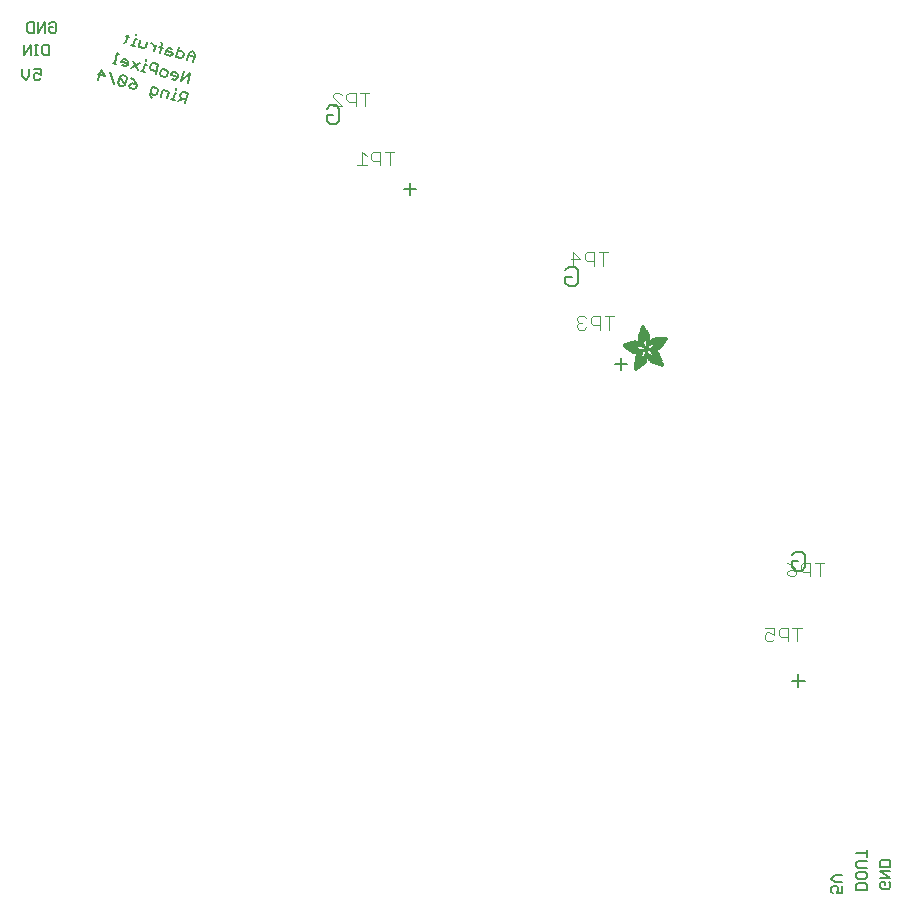
<source format=gbr>
G04 EAGLE Gerber RS-274X export*
G75*
%MOMM*%
%FSLAX34Y34*%
%LPD*%
%INSilkscreen Bottom*%
%IPPOS*%
%AMOC8*
5,1,8,0,0,1.08239X$1,22.5*%
G01*
%ADD10C,0.127000*%
%ADD11C,0.203200*%
%ADD12C,0.101600*%
%ADD13R,0.050800X0.006300*%
%ADD14R,0.082600X0.006400*%
%ADD15R,0.120600X0.006300*%
%ADD16R,0.139700X0.006400*%
%ADD17R,0.158800X0.006300*%
%ADD18R,0.177800X0.006400*%
%ADD19R,0.196800X0.006300*%
%ADD20R,0.215900X0.006400*%
%ADD21R,0.228600X0.006300*%
%ADD22R,0.241300X0.006400*%
%ADD23R,0.254000X0.006300*%
%ADD24R,0.266700X0.006400*%
%ADD25R,0.279400X0.006300*%
%ADD26R,0.285700X0.006400*%
%ADD27R,0.298400X0.006300*%
%ADD28R,0.311200X0.006400*%
%ADD29R,0.317500X0.006300*%
%ADD30R,0.330200X0.006400*%
%ADD31R,0.336600X0.006300*%
%ADD32R,0.349200X0.006400*%
%ADD33R,0.361900X0.006300*%
%ADD34R,0.368300X0.006400*%
%ADD35R,0.381000X0.006300*%
%ADD36R,0.387300X0.006400*%
%ADD37R,0.393700X0.006300*%
%ADD38R,0.406400X0.006400*%
%ADD39R,0.412700X0.006300*%
%ADD40R,0.419100X0.006400*%
%ADD41R,0.431800X0.006300*%
%ADD42R,0.438100X0.006400*%
%ADD43R,0.450800X0.006300*%
%ADD44R,0.457200X0.006400*%
%ADD45R,0.463500X0.006300*%
%ADD46R,0.476200X0.006400*%
%ADD47R,0.482600X0.006300*%
%ADD48R,0.488900X0.006400*%
%ADD49R,0.501600X0.006300*%
%ADD50R,0.508000X0.006400*%
%ADD51R,0.514300X0.006300*%
%ADD52R,0.527000X0.006400*%
%ADD53R,0.533400X0.006300*%
%ADD54R,0.546100X0.006400*%
%ADD55R,0.552400X0.006300*%
%ADD56R,0.558800X0.006400*%
%ADD57R,0.571500X0.006300*%
%ADD58R,0.577800X0.006400*%
%ADD59R,0.584200X0.006300*%
%ADD60R,0.596900X0.006400*%
%ADD61R,0.603200X0.006300*%
%ADD62R,0.609600X0.006400*%
%ADD63R,0.622300X0.006300*%
%ADD64R,0.628600X0.006400*%
%ADD65R,0.641300X0.006300*%
%ADD66R,0.647700X0.006400*%
%ADD67R,0.063500X0.006300*%
%ADD68R,0.654000X0.006300*%
%ADD69R,0.101600X0.006400*%
%ADD70R,0.666700X0.006400*%
%ADD71R,0.139700X0.006300*%
%ADD72R,0.673100X0.006300*%
%ADD73R,0.165100X0.006400*%
%ADD74R,0.679400X0.006400*%
%ADD75R,0.196900X0.006300*%
%ADD76R,0.692100X0.006300*%
%ADD77R,0.222200X0.006400*%
%ADD78R,0.698500X0.006400*%
%ADD79R,0.247700X0.006300*%
%ADD80R,0.704800X0.006300*%
%ADD81R,0.279400X0.006400*%
%ADD82R,0.717500X0.006400*%
%ADD83R,0.298500X0.006300*%
%ADD84R,0.723900X0.006300*%
%ADD85R,0.736600X0.006400*%
%ADD86R,0.342900X0.006300*%
%ADD87R,0.742900X0.006300*%
%ADD88R,0.374700X0.006400*%
%ADD89R,0.749300X0.006400*%
%ADD90R,0.762000X0.006300*%
%ADD91R,0.412700X0.006400*%
%ADD92R,0.768300X0.006400*%
%ADD93R,0.438100X0.006300*%
%ADD94R,0.774700X0.006300*%
%ADD95R,0.463600X0.006400*%
%ADD96R,0.787400X0.006400*%
%ADD97R,0.793700X0.006300*%
%ADD98R,0.495300X0.006400*%
%ADD99R,0.800100X0.006400*%
%ADD100R,0.520700X0.006300*%
%ADD101R,0.812800X0.006300*%
%ADD102R,0.533400X0.006400*%
%ADD103R,0.819100X0.006400*%
%ADD104R,0.558800X0.006300*%
%ADD105R,0.825500X0.006300*%
%ADD106R,0.577900X0.006400*%
%ADD107R,0.831800X0.006400*%
%ADD108R,0.596900X0.006300*%
%ADD109R,0.844500X0.006300*%
%ADD110R,0.616000X0.006400*%
%ADD111R,0.850900X0.006400*%
%ADD112R,0.635000X0.006300*%
%ADD113R,0.857200X0.006300*%
%ADD114R,0.654100X0.006400*%
%ADD115R,0.863600X0.006400*%
%ADD116R,0.666700X0.006300*%
%ADD117R,0.869900X0.006300*%
%ADD118R,0.685800X0.006400*%
%ADD119R,0.876300X0.006400*%
%ADD120R,0.882600X0.006300*%
%ADD121R,0.723900X0.006400*%
%ADD122R,0.889000X0.006400*%
%ADD123R,0.895300X0.006300*%
%ADD124R,0.755700X0.006400*%
%ADD125R,0.901700X0.006400*%
%ADD126R,0.908000X0.006300*%
%ADD127R,0.793800X0.006400*%
%ADD128R,0.914400X0.006400*%
%ADD129R,0.806400X0.006300*%
%ADD130R,0.920700X0.006300*%
%ADD131R,0.825500X0.006400*%
%ADD132R,0.927100X0.006400*%
%ADD133R,0.933400X0.006300*%
%ADD134R,0.857300X0.006400*%
%ADD135R,0.939800X0.006400*%
%ADD136R,0.870000X0.006300*%
%ADD137R,0.939800X0.006300*%
%ADD138R,0.946100X0.006400*%
%ADD139R,0.952500X0.006300*%
%ADD140R,0.908000X0.006400*%
%ADD141R,0.958800X0.006400*%
%ADD142R,0.965200X0.006300*%
%ADD143R,0.965200X0.006400*%
%ADD144R,0.971500X0.006300*%
%ADD145R,0.952500X0.006400*%
%ADD146R,0.977900X0.006400*%
%ADD147R,0.958800X0.006300*%
%ADD148R,0.984200X0.006300*%
%ADD149R,0.971500X0.006400*%
%ADD150R,0.984200X0.006400*%
%ADD151R,0.990600X0.006300*%
%ADD152R,0.984300X0.006400*%
%ADD153R,0.996900X0.006400*%
%ADD154R,0.997000X0.006300*%
%ADD155R,0.996900X0.006300*%
%ADD156R,1.003300X0.006400*%
%ADD157R,1.016000X0.006300*%
%ADD158R,1.009600X0.006300*%
%ADD159R,1.016000X0.006400*%
%ADD160R,1.009600X0.006400*%
%ADD161R,1.022300X0.006300*%
%ADD162R,1.028700X0.006400*%
%ADD163R,1.035100X0.006300*%
%ADD164R,1.047800X0.006400*%
%ADD165R,1.054100X0.006300*%
%ADD166R,1.028700X0.006300*%
%ADD167R,1.054100X0.006400*%
%ADD168R,1.035000X0.006400*%
%ADD169R,1.060400X0.006300*%
%ADD170R,1.035000X0.006300*%
%ADD171R,1.060500X0.006400*%
%ADD172R,1.041400X0.006400*%
%ADD173R,1.066800X0.006300*%
%ADD174R,1.041400X0.006300*%
%ADD175R,1.079500X0.006400*%
%ADD176R,1.047700X0.006400*%
%ADD177R,1.085900X0.006300*%
%ADD178R,1.047700X0.006300*%
%ADD179R,1.085800X0.006400*%
%ADD180R,1.092200X0.006300*%
%ADD181R,1.085900X0.006400*%
%ADD182R,1.098600X0.006300*%
%ADD183R,1.098600X0.006400*%
%ADD184R,1.060400X0.006400*%
%ADD185R,1.104900X0.006300*%
%ADD186R,1.104900X0.006400*%
%ADD187R,1.066800X0.006400*%
%ADD188R,1.111200X0.006300*%
%ADD189R,1.117600X0.006400*%
%ADD190R,1.117600X0.006300*%
%ADD191R,1.073100X0.006300*%
%ADD192R,1.073100X0.006400*%
%ADD193R,1.124000X0.006300*%
%ADD194R,1.079500X0.006300*%
%ADD195R,1.123900X0.006400*%
%ADD196R,1.130300X0.006300*%
%ADD197R,1.130300X0.006400*%
%ADD198R,1.136700X0.006400*%
%ADD199R,1.136700X0.006300*%
%ADD200R,1.085800X0.006300*%
%ADD201R,1.136600X0.006400*%
%ADD202R,1.136600X0.006300*%
%ADD203R,1.143000X0.006400*%
%ADD204R,1.143000X0.006300*%
%ADD205R,1.149400X0.006300*%
%ADD206R,1.149300X0.006300*%
%ADD207R,1.149300X0.006400*%
%ADD208R,1.149400X0.006400*%
%ADD209R,1.155700X0.006400*%
%ADD210R,1.155700X0.006300*%
%ADD211R,1.060500X0.006300*%
%ADD212R,2.197100X0.006400*%
%ADD213R,2.197100X0.006300*%
%ADD214R,2.184400X0.006300*%
%ADD215R,2.184400X0.006400*%
%ADD216R,2.171700X0.006400*%
%ADD217R,2.171700X0.006300*%
%ADD218R,1.530300X0.006400*%
%ADD219R,1.505000X0.006300*%
%ADD220R,1.492300X0.006400*%
%ADD221R,1.485900X0.006300*%
%ADD222R,0.565200X0.006300*%
%ADD223R,1.473200X0.006400*%
%ADD224R,0.565200X0.006400*%
%ADD225R,1.460500X0.006300*%
%ADD226R,1.454100X0.006400*%
%ADD227R,0.552400X0.006400*%
%ADD228R,1.441500X0.006300*%
%ADD229R,0.546100X0.006300*%
%ADD230R,1.435100X0.006400*%
%ADD231R,0.539800X0.006400*%
%ADD232R,1.428800X0.006300*%
%ADD233R,1.422400X0.006400*%
%ADD234R,1.409700X0.006300*%
%ADD235R,0.527100X0.006300*%
%ADD236R,1.403300X0.006400*%
%ADD237R,0.527100X0.006400*%
%ADD238R,1.390700X0.006300*%
%ADD239R,1.384300X0.006400*%
%ADD240R,0.520700X0.006400*%
%ADD241R,1.384300X0.006300*%
%ADD242R,0.514400X0.006300*%
%ADD243R,1.371600X0.006400*%
%ADD244R,1.365200X0.006300*%
%ADD245R,0.508000X0.006300*%
%ADD246R,1.352600X0.006400*%
%ADD247R,0.501700X0.006400*%
%ADD248R,0.711200X0.006300*%
%ADD249R,0.603300X0.006300*%
%ADD250R,0.501700X0.006300*%
%ADD251R,0.692100X0.006400*%
%ADD252R,0.571500X0.006400*%
%ADD253R,0.679400X0.006300*%
%ADD254R,0.495300X0.006300*%
%ADD255R,0.673100X0.006400*%
%ADD256R,0.666800X0.006300*%
%ADD257R,0.488900X0.006300*%
%ADD258R,0.660400X0.006400*%
%ADD259R,0.482600X0.006400*%
%ADD260R,0.476200X0.006300*%
%ADD261R,0.654000X0.006400*%
%ADD262R,0.469900X0.006400*%
%ADD263R,0.476300X0.006400*%
%ADD264R,0.647700X0.006300*%
%ADD265R,0.457200X0.006300*%
%ADD266R,0.469900X0.006300*%
%ADD267R,0.641300X0.006400*%
%ADD268R,0.444500X0.006400*%
%ADD269R,0.463600X0.006300*%
%ADD270R,0.635000X0.006400*%
%ADD271R,0.463500X0.006400*%
%ADD272R,0.393700X0.006400*%
%ADD273R,0.450800X0.006400*%
%ADD274R,0.628600X0.006300*%
%ADD275R,0.387400X0.006300*%
%ADD276R,0.450900X0.006300*%
%ADD277R,0.628700X0.006400*%
%ADD278R,0.374600X0.006400*%
%ADD279R,0.368300X0.006300*%
%ADD280R,0.438200X0.006300*%
%ADD281R,0.622300X0.006400*%
%ADD282R,0.355600X0.006400*%
%ADD283R,0.431800X0.006400*%
%ADD284R,0.349300X0.006300*%
%ADD285R,0.425400X0.006300*%
%ADD286R,0.615900X0.006300*%
%ADD287R,0.330200X0.006300*%
%ADD288R,0.419100X0.006300*%
%ADD289R,0.616000X0.006300*%
%ADD290R,0.311200X0.006300*%
%ADD291R,0.406400X0.006300*%
%ADD292R,0.615900X0.006400*%
%ADD293R,0.304800X0.006400*%
%ADD294R,0.158800X0.006400*%
%ADD295R,0.609600X0.006300*%
%ADD296R,0.292100X0.006300*%
%ADD297R,0.235000X0.006300*%
%ADD298R,0.387400X0.006400*%
%ADD299R,0.292100X0.006400*%
%ADD300R,0.336500X0.006300*%
%ADD301R,0.260400X0.006300*%
%ADD302R,0.603300X0.006400*%
%ADD303R,0.260400X0.006400*%
%ADD304R,0.362000X0.006400*%
%ADD305R,0.450900X0.006400*%
%ADD306R,0.355600X0.006300*%
%ADD307R,0.342900X0.006400*%
%ADD308R,0.514300X0.006400*%
%ADD309R,0.234900X0.006300*%
%ADD310R,0.539700X0.006300*%
%ADD311R,0.603200X0.006400*%
%ADD312R,0.234900X0.006400*%
%ADD313R,0.920700X0.006400*%
%ADD314R,0.958900X0.006400*%
%ADD315R,0.215900X0.006300*%
%ADD316R,0.209600X0.006400*%
%ADD317R,0.203200X0.006300*%
%ADD318R,1.003300X0.006300*%
%ADD319R,0.203200X0.006400*%
%ADD320R,0.196900X0.006400*%
%ADD321R,0.190500X0.006300*%
%ADD322R,0.190500X0.006400*%
%ADD323R,0.184200X0.006300*%
%ADD324R,0.590500X0.006400*%
%ADD325R,0.184200X0.006400*%
%ADD326R,0.590500X0.006300*%
%ADD327R,0.177800X0.006300*%
%ADD328R,0.584200X0.006400*%
%ADD329R,1.168400X0.006400*%
%ADD330R,0.171500X0.006300*%
%ADD331R,1.187500X0.006300*%
%ADD332R,1.200100X0.006400*%
%ADD333R,0.577800X0.006300*%
%ADD334R,1.212900X0.006300*%
%ADD335R,1.231900X0.006400*%
%ADD336R,1.250900X0.006300*%
%ADD337R,0.565100X0.006400*%
%ADD338R,0.184100X0.006400*%
%ADD339R,1.263700X0.006400*%
%ADD340R,0.565100X0.006300*%
%ADD341R,1.289100X0.006300*%
%ADD342R,1.314400X0.006400*%
%ADD343R,0.552500X0.006300*%
%ADD344R,1.568500X0.006300*%
%ADD345R,0.552500X0.006400*%
%ADD346R,1.581200X0.006400*%
%ADD347R,1.593800X0.006300*%
%ADD348R,1.606500X0.006400*%
%ADD349R,1.619300X0.006300*%
%ADD350R,0.514400X0.006400*%
%ADD351R,1.638300X0.006400*%
%ADD352R,1.657300X0.006300*%
%ADD353R,2.209800X0.006400*%
%ADD354R,2.425700X0.006300*%
%ADD355R,2.470100X0.006400*%
%ADD356R,2.501900X0.006300*%
%ADD357R,2.533700X0.006400*%
%ADD358R,2.559000X0.006300*%
%ADD359R,2.584500X0.006400*%
%ADD360R,2.609900X0.006300*%
%ADD361R,2.628900X0.006400*%
%ADD362R,2.660600X0.006300*%
%ADD363R,2.673400X0.006400*%
%ADD364R,1.422400X0.006300*%
%ADD365R,1.200200X0.006300*%
%ADD366R,1.365300X0.006300*%
%ADD367R,1.365300X0.006400*%
%ADD368R,1.352500X0.006300*%
%ADD369R,1.098500X0.006300*%
%ADD370R,1.358900X0.006400*%
%ADD371R,1.352600X0.006300*%
%ADD372R,1.358900X0.006300*%
%ADD373R,1.371600X0.006300*%
%ADD374R,1.377900X0.006400*%
%ADD375R,1.397000X0.006400*%
%ADD376R,1.403300X0.006300*%
%ADD377R,0.914400X0.006300*%
%ADD378R,0.876300X0.006300*%
%ADD379R,0.374600X0.006300*%
%ADD380R,1.073200X0.006400*%
%ADD381R,0.374700X0.006300*%
%ADD382R,0.844600X0.006400*%
%ADD383R,0.844600X0.006300*%
%ADD384R,0.831900X0.006400*%
%ADD385R,1.092200X0.006400*%
%ADD386R,0.400000X0.006300*%
%ADD387R,0.819200X0.006400*%
%ADD388R,1.111300X0.006400*%
%ADD389R,0.812800X0.006400*%
%ADD390R,0.800100X0.006300*%
%ADD391R,0.476300X0.006300*%
%ADD392R,1.181100X0.006300*%
%ADD393R,0.501600X0.006400*%
%ADD394R,1.193800X0.006400*%
%ADD395R,0.781000X0.006400*%
%ADD396R,1.238200X0.006400*%
%ADD397R,0.781100X0.006300*%
%ADD398R,1.257300X0.006300*%
%ADD399R,1.295400X0.006400*%
%ADD400R,1.333500X0.006300*%
%ADD401R,0.774700X0.006400*%
%ADD402R,1.866900X0.006400*%
%ADD403R,0.209600X0.006300*%
%ADD404R,1.866900X0.006300*%
%ADD405R,0.768400X0.006400*%
%ADD406R,0.209500X0.006400*%
%ADD407R,1.860600X0.006400*%
%ADD408R,0.762000X0.006400*%
%ADD409R,0.768400X0.006300*%
%ADD410R,1.860600X0.006300*%
%ADD411R,1.860500X0.006400*%
%ADD412R,0.222300X0.006300*%
%ADD413R,1.854200X0.006300*%
%ADD414R,0.235000X0.006400*%
%ADD415R,1.854200X0.006400*%
%ADD416R,0.768300X0.006300*%
%ADD417R,0.260300X0.006400*%
%ADD418R,1.847800X0.006400*%
%ADD419R,0.266700X0.006300*%
%ADD420R,1.847800X0.006300*%
%ADD421R,0.273100X0.006400*%
%ADD422R,1.841500X0.006400*%
%ADD423R,0.285800X0.006300*%
%ADD424R,1.841500X0.006300*%
%ADD425R,0.298500X0.006400*%
%ADD426R,1.835100X0.006400*%
%ADD427R,0.781000X0.006300*%
%ADD428R,0.304800X0.006300*%
%ADD429R,1.835100X0.006300*%
%ADD430R,0.317500X0.006400*%
%ADD431R,1.828800X0.006400*%
%ADD432R,0.787400X0.006300*%
%ADD433R,0.323800X0.006300*%
%ADD434R,1.828800X0.006300*%
%ADD435R,0.793700X0.006400*%
%ADD436R,1.822400X0.006400*%
%ADD437R,0.806500X0.006300*%
%ADD438R,1.822400X0.006300*%
%ADD439R,1.816100X0.006400*%
%ADD440R,0.819100X0.006300*%
%ADD441R,0.387300X0.006300*%
%ADD442R,1.816100X0.006300*%
%ADD443R,1.809800X0.006400*%
%ADD444R,1.803400X0.006300*%
%ADD445R,1.797000X0.006400*%
%ADD446R,0.901700X0.006300*%
%ADD447R,1.797000X0.006300*%
%ADD448R,1.441400X0.006400*%
%ADD449R,1.790700X0.006400*%
%ADD450R,1.447800X0.006300*%
%ADD451R,1.784300X0.006300*%
%ADD452R,1.447800X0.006400*%
%ADD453R,1.784300X0.006400*%
%ADD454R,1.454100X0.006300*%
%ADD455R,1.771700X0.006300*%
%ADD456R,1.460500X0.006400*%
%ADD457R,1.759000X0.006400*%
%ADD458R,1.466800X0.006300*%
%ADD459R,1.752600X0.006300*%
%ADD460R,1.466800X0.006400*%
%ADD461R,1.739900X0.006400*%
%ADD462R,1.473200X0.006300*%
%ADD463R,1.727200X0.006300*%
%ADD464R,1.479500X0.006400*%
%ADD465R,1.714500X0.006400*%
%ADD466R,1.695400X0.006300*%
%ADD467R,1.485900X0.006400*%
%ADD468R,1.682700X0.006400*%
%ADD469R,1.492200X0.006300*%
%ADD470R,1.663700X0.006300*%
%ADD471R,1.498600X0.006400*%
%ADD472R,1.644600X0.006400*%
%ADD473R,1.498600X0.006300*%
%ADD474R,1.619200X0.006300*%
%ADD475R,1.511300X0.006400*%
%ADD476R,1.600200X0.006400*%
%ADD477R,1.517700X0.006300*%
%ADD478R,1.574800X0.006300*%
%ADD479R,1.524000X0.006400*%
%ADD480R,1.555800X0.006400*%
%ADD481R,1.524000X0.006300*%
%ADD482R,1.536700X0.006300*%
%ADD483R,1.530400X0.006400*%
%ADD484R,1.517700X0.006400*%
%ADD485R,1.492300X0.006300*%
%ADD486R,1.549400X0.006400*%
%ADD487R,1.479600X0.006400*%
%ADD488R,1.549400X0.006300*%
%ADD489R,1.555700X0.006400*%
%ADD490R,1.562100X0.006300*%
%ADD491R,0.323900X0.006300*%
%ADD492R,1.568400X0.006400*%
%ADD493R,0.336600X0.006400*%
%ADD494R,1.587500X0.006300*%
%ADD495R,0.971600X0.006300*%
%ADD496R,0.349300X0.006400*%
%ADD497R,1.600200X0.006300*%
%ADD498R,0.920800X0.006300*%
%ADD499R,0.882700X0.006400*%
%ADD500R,1.612900X0.006300*%
%ADD501R,0.362000X0.006300*%
%ADD502R,1.625600X0.006400*%
%ADD503R,1.625600X0.006300*%
%ADD504R,1.644600X0.006300*%
%ADD505R,0.736600X0.006300*%
%ADD506R,0.717600X0.006400*%
%ADD507R,1.657400X0.006300*%
%ADD508R,0.679500X0.006300*%
%ADD509R,1.663700X0.006400*%
%ADD510R,0.400000X0.006400*%
%ADD511R,1.676400X0.006300*%
%ADD512R,1.676400X0.006400*%
%ADD513R,0.425500X0.006400*%
%ADD514R,1.352500X0.006400*%
%ADD515R,0.444500X0.006300*%
%ADD516R,0.361900X0.006400*%
%ADD517R,0.088900X0.006300*%
%ADD518R,1.009700X0.006300*%
%ADD519R,1.009700X0.006400*%
%ADD520R,1.022300X0.006400*%
%ADD521R,1.346200X0.006400*%
%ADD522R,1.346200X0.006300*%
%ADD523R,1.339900X0.006400*%
%ADD524R,1.035100X0.006400*%
%ADD525R,1.339800X0.006300*%
%ADD526R,1.333500X0.006400*%
%ADD527R,1.327200X0.006400*%
%ADD528R,1.320800X0.006300*%
%ADD529R,1.314500X0.006400*%
%ADD530R,1.314400X0.006300*%
%ADD531R,1.301700X0.006400*%
%ADD532R,1.295400X0.006300*%
%ADD533R,1.289000X0.006400*%
%ADD534R,1.276300X0.006300*%
%ADD535R,1.251000X0.006300*%
%ADD536R,1.244600X0.006400*%
%ADD537R,1.231900X0.006300*%
%ADD538R,1.212800X0.006400*%
%ADD539R,1.200100X0.006300*%
%ADD540R,1.187400X0.006400*%
%ADD541R,1.168400X0.006300*%
%ADD542R,1.047800X0.006300*%
%ADD543R,0.977900X0.006300*%
%ADD544R,0.946200X0.006400*%
%ADD545R,0.933400X0.006400*%
%ADD546R,0.895300X0.006400*%
%ADD547R,0.882700X0.006300*%
%ADD548R,0.863600X0.006300*%
%ADD549R,0.857200X0.006400*%
%ADD550R,0.850900X0.006300*%
%ADD551R,0.838200X0.006300*%
%ADD552R,0.806500X0.006400*%
%ADD553R,0.717600X0.006300*%
%ADD554R,0.711200X0.006400*%
%ADD555R,0.641400X0.006400*%
%ADD556R,0.641400X0.006300*%
%ADD557R,0.628700X0.006300*%
%ADD558R,0.590600X0.006300*%
%ADD559R,0.539700X0.006400*%
%ADD560R,0.285700X0.006300*%
%ADD561R,0.222200X0.006300*%
%ADD562R,0.171400X0.006300*%
%ADD563R,0.152400X0.006400*%
%ADD564R,0.133400X0.006300*%


D10*
X68499Y779890D02*
X69982Y781373D01*
X72948Y781373D01*
X74431Y779890D01*
X74431Y773958D01*
X72948Y772475D01*
X69982Y772475D01*
X68499Y773958D01*
X68499Y776924D01*
X71465Y776924D01*
X65075Y772475D02*
X65075Y781373D01*
X59144Y772475D01*
X59144Y781373D01*
X55720Y781373D02*
X55720Y772475D01*
X51271Y772475D01*
X49788Y773958D01*
X49788Y779890D01*
X51271Y781373D01*
X55720Y781373D01*
X68312Y762373D02*
X68312Y753475D01*
X63863Y753475D01*
X62380Y754958D01*
X62380Y760890D01*
X63863Y762373D01*
X68312Y762373D01*
X58957Y753475D02*
X55991Y753475D01*
X57474Y753475D02*
X57474Y762373D01*
X58957Y762373D02*
X55991Y762373D01*
X52720Y762373D02*
X52720Y753475D01*
X46789Y753475D02*
X52720Y762373D01*
X46789Y762373D02*
X46789Y753475D01*
X55144Y741373D02*
X61075Y741373D01*
X61075Y736924D01*
X58110Y738407D01*
X56627Y738407D01*
X55144Y736924D01*
X55144Y733958D01*
X56627Y732475D01*
X59592Y732475D01*
X61075Y733958D01*
X51720Y735441D02*
X51720Y741373D01*
X51720Y735441D02*
X48754Y732475D01*
X45788Y735441D01*
X45788Y741373D01*
X739533Y49567D02*
X739533Y43635D01*
X735084Y43635D01*
X736567Y46601D01*
X736567Y48084D01*
X735084Y49567D01*
X732118Y49567D01*
X730635Y48084D01*
X730635Y45118D01*
X732118Y43635D01*
X733601Y52990D02*
X739533Y52990D01*
X733601Y52990D02*
X730635Y55956D01*
X733601Y58922D01*
X739533Y58922D01*
X751635Y46635D02*
X760533Y46635D01*
X751635Y46635D02*
X751635Y51084D01*
X753118Y52567D01*
X759050Y52567D01*
X760533Y51084D01*
X760533Y46635D01*
X760533Y57473D02*
X760533Y60439D01*
X760533Y57473D02*
X759050Y55990D01*
X753118Y55990D01*
X751635Y57473D01*
X751635Y60439D01*
X753118Y61922D01*
X759050Y61922D01*
X760533Y60439D01*
X760533Y65345D02*
X753118Y65345D01*
X751635Y66828D01*
X751635Y69794D01*
X753118Y71277D01*
X760533Y71277D01*
X760533Y77666D02*
X751635Y77666D01*
X760533Y74701D02*
X760533Y80632D01*
X779050Y53567D02*
X780533Y52084D01*
X780533Y49118D01*
X779050Y47635D01*
X773118Y47635D01*
X771635Y49118D01*
X771635Y52084D01*
X773118Y53567D01*
X776084Y53567D01*
X776084Y50601D01*
X771635Y56990D02*
X780533Y56990D01*
X771635Y62922D01*
X780533Y62922D01*
X780533Y66345D02*
X771635Y66345D01*
X771635Y70794D01*
X773118Y72277D01*
X779050Y72277D01*
X780533Y70794D01*
X780533Y66345D01*
X190551Y747778D02*
X192086Y753507D01*
X189989Y757140D01*
X186357Y755043D01*
X184821Y749313D01*
X185973Y753610D02*
X191702Y752075D01*
X178088Y760329D02*
X175785Y751734D01*
X180082Y750583D01*
X181898Y751631D01*
X182666Y754496D01*
X181618Y756312D01*
X177320Y757464D01*
X172581Y758734D02*
X169716Y759501D01*
X167900Y758453D01*
X166749Y754155D01*
X171046Y753004D01*
X172862Y754053D01*
X171813Y755869D01*
X167516Y757020D01*
X162009Y755425D02*
X163929Y762587D01*
X162880Y764404D01*
X161728Y760106D02*
X164593Y759339D01*
X158953Y762385D02*
X157418Y756656D01*
X158185Y759521D02*
X156088Y763153D01*
X154656Y763537D01*
X151423Y764403D02*
X150271Y760106D01*
X148455Y759057D01*
X144158Y760209D01*
X145693Y765938D01*
X142386Y766824D02*
X140954Y767208D01*
X139418Y761479D01*
X137986Y761862D02*
X140851Y761095D01*
X141721Y770073D02*
X142105Y771505D01*
X135313Y770255D02*
X133778Y764525D01*
X131962Y763477D01*
X133497Y769206D02*
X136362Y768439D01*
X187854Y738372D02*
X185551Y729778D01*
X179821Y731313D02*
X187854Y738372D01*
X182124Y739907D02*
X179821Y731313D01*
X175082Y732583D02*
X172217Y733350D01*
X175082Y732583D02*
X176898Y733631D01*
X177666Y736496D01*
X176618Y738312D01*
X173753Y739080D01*
X171936Y738031D01*
X171553Y736599D01*
X177282Y735064D01*
X166046Y735004D02*
X163181Y735772D01*
X162132Y737588D01*
X162900Y740453D01*
X164716Y741501D01*
X167581Y740734D01*
X168630Y738917D01*
X167862Y736053D01*
X166046Y735004D01*
X158442Y737042D02*
X160745Y745636D01*
X156448Y746787D01*
X154631Y745739D01*
X153864Y742874D01*
X154912Y741058D01*
X159209Y739906D01*
X150941Y745192D02*
X149508Y745576D01*
X147973Y739847D01*
X149405Y739463D02*
X146541Y740230D01*
X150276Y748441D02*
X150660Y749873D01*
X144916Y746807D02*
X137652Y742612D01*
X143381Y741077D02*
X139187Y748342D01*
X132912Y743882D02*
X130048Y744650D01*
X132912Y743882D02*
X134729Y744931D01*
X135496Y747795D01*
X134448Y749612D01*
X131583Y750379D01*
X129767Y749331D01*
X129383Y747898D01*
X135112Y746363D01*
X127611Y754514D02*
X126179Y754898D01*
X123876Y746303D01*
X125308Y745920D02*
X122444Y746687D01*
X185854Y721372D02*
X183551Y712778D01*
X185854Y721372D02*
X181557Y722524D01*
X179741Y721475D01*
X178973Y718610D01*
X180021Y716794D01*
X184319Y715642D01*
X181454Y716410D02*
X177821Y714313D01*
X176050Y720929D02*
X174618Y721312D01*
X173082Y715583D01*
X171650Y715967D02*
X174515Y715199D01*
X175385Y724177D02*
X175769Y725610D01*
X170026Y722543D02*
X168490Y716813D01*
X170026Y722543D02*
X165728Y723694D01*
X163912Y722646D01*
X162761Y718348D01*
X155822Y717137D02*
X154389Y717521D01*
X153341Y719337D01*
X155260Y726499D01*
X159557Y725348D01*
X160605Y723532D01*
X159838Y720667D01*
X158022Y719618D01*
X153724Y720770D01*
X140435Y732007D02*
X137954Y734207D01*
X140435Y732007D02*
X142533Y728374D01*
X141765Y725509D01*
X139949Y724461D01*
X137084Y725228D01*
X136035Y727045D01*
X136419Y728477D01*
X138235Y729526D01*
X142533Y728374D01*
X132729Y727931D02*
X134264Y733660D01*
X133215Y735477D01*
X130350Y736244D01*
X128534Y735196D01*
X126999Y729466D01*
X128048Y727650D01*
X130912Y726882D01*
X132729Y727931D01*
X128534Y735196D01*
X123308Y728920D02*
X119882Y739049D01*
X112278Y741087D02*
X109975Y732492D01*
X115423Y735638D02*
X112278Y741087D01*
X109694Y737173D02*
X115423Y735638D01*
D11*
X303476Y708151D02*
X306103Y710777D01*
X311357Y710777D01*
X313984Y708151D01*
X313984Y697643D01*
X311357Y695016D01*
X306103Y695016D01*
X303476Y697643D01*
X303476Y702897D01*
X308730Y702897D01*
X505476Y571151D02*
X508103Y573777D01*
X513357Y573777D01*
X515984Y571151D01*
X515984Y560643D01*
X513357Y558016D01*
X508103Y558016D01*
X505476Y560643D01*
X505476Y565897D01*
X510730Y565897D01*
X700103Y332777D02*
X697476Y330151D01*
X700103Y332777D02*
X705357Y332777D01*
X707984Y330151D01*
X707984Y319643D01*
X705357Y317016D01*
X700103Y317016D01*
X697476Y319643D01*
X697476Y324897D01*
X702730Y324897D01*
X378984Y639897D02*
X368476Y639897D01*
X373730Y645151D02*
X373730Y634643D01*
X547476Y491897D02*
X557984Y491897D01*
X552730Y497151D02*
X552730Y486643D01*
X697476Y223897D02*
X707984Y223897D01*
X702730Y229151D02*
X702730Y218643D01*
D12*
X356594Y660008D02*
X356594Y671702D01*
X360492Y671702D02*
X352696Y671702D01*
X348798Y671702D02*
X348798Y660008D01*
X348798Y671702D02*
X342951Y671702D01*
X341002Y669753D01*
X341002Y665855D01*
X342951Y663906D01*
X348798Y663906D01*
X337104Y667804D02*
X333206Y671702D01*
X333206Y660008D01*
X337104Y660008D02*
X329308Y660008D01*
X335594Y710008D02*
X335594Y721702D01*
X339492Y721702D02*
X331696Y721702D01*
X327798Y721702D02*
X327798Y710008D01*
X327798Y721702D02*
X321951Y721702D01*
X320002Y719753D01*
X320002Y715855D01*
X321951Y713906D01*
X327798Y713906D01*
X316104Y710008D02*
X308308Y710008D01*
X316104Y710008D02*
X308308Y717804D01*
X308308Y719753D01*
X310257Y721702D01*
X314155Y721702D01*
X316104Y719753D01*
X542594Y532702D02*
X542594Y521008D01*
X546492Y532702D02*
X538696Y532702D01*
X534798Y532702D02*
X534798Y521008D01*
X534798Y532702D02*
X528951Y532702D01*
X527002Y530753D01*
X527002Y526855D01*
X528951Y524906D01*
X534798Y524906D01*
X523104Y530753D02*
X521155Y532702D01*
X517257Y532702D01*
X515308Y530753D01*
X515308Y528804D01*
X517257Y526855D01*
X519206Y526855D01*
X517257Y526855D02*
X515308Y524906D01*
X515308Y522957D01*
X517257Y521008D01*
X521155Y521008D01*
X523104Y522957D01*
X537594Y575008D02*
X537594Y586702D01*
X541492Y586702D02*
X533696Y586702D01*
X529798Y586702D02*
X529798Y575008D01*
X529798Y586702D02*
X523951Y586702D01*
X522002Y584753D01*
X522002Y580855D01*
X523951Y578906D01*
X529798Y578906D01*
X512257Y575008D02*
X512257Y586702D01*
X518104Y580855D01*
X510308Y580855D01*
X701594Y268702D02*
X701594Y257008D01*
X705492Y268702D02*
X697696Y268702D01*
X693798Y268702D02*
X693798Y257008D01*
X693798Y268702D02*
X687951Y268702D01*
X686002Y266753D01*
X686002Y262855D01*
X687951Y260906D01*
X693798Y260906D01*
X682104Y268702D02*
X674308Y268702D01*
X682104Y268702D02*
X682104Y262855D01*
X678206Y264804D01*
X676257Y264804D01*
X674308Y262855D01*
X674308Y258957D01*
X676257Y257008D01*
X680155Y257008D01*
X682104Y258957D01*
X720594Y312008D02*
X720594Y323702D01*
X724492Y323702D02*
X716696Y323702D01*
X712798Y323702D02*
X712798Y312008D01*
X712798Y323702D02*
X706951Y323702D01*
X705002Y321753D01*
X705002Y317855D01*
X706951Y315906D01*
X712798Y315906D01*
X697206Y321753D02*
X693308Y323702D01*
X697206Y321753D02*
X701104Y317855D01*
X701104Y313957D01*
X699155Y312008D01*
X695257Y312008D01*
X693308Y313957D01*
X693308Y315906D01*
X695257Y317855D01*
X701104Y317855D01*
D13*
X565362Y486191D03*
D14*
X565330Y486254D03*
D15*
X565330Y486318D03*
D16*
X565362Y486381D03*
D17*
X565330Y486445D03*
D18*
X565362Y486508D03*
D19*
X565330Y486572D03*
D20*
X565362Y486635D03*
D21*
X565362Y486699D03*
D22*
X565426Y486762D03*
D23*
X565425Y486826D03*
D24*
X565489Y486889D03*
D25*
X565489Y486953D03*
D26*
X565521Y487016D03*
D27*
X565584Y487080D03*
D28*
X565584Y487143D03*
D29*
X565616Y487207D03*
D30*
X565679Y487270D03*
D31*
X565711Y487334D03*
D32*
X565711Y487397D03*
D33*
X565775Y487461D03*
D34*
X565807Y487524D03*
D35*
X565870Y487588D03*
D36*
X565902Y487651D03*
D37*
X565934Y487715D03*
D38*
X565997Y487778D03*
D39*
X566029Y487842D03*
D40*
X566061Y487905D03*
D41*
X566124Y487969D03*
D42*
X566156Y488032D03*
D43*
X566219Y488096D03*
D44*
X566251Y488159D03*
D45*
X566283Y488223D03*
D46*
X566346Y488286D03*
D47*
X566378Y488350D03*
D48*
X566410Y488413D03*
D49*
X566473Y488477D03*
D50*
X566505Y488540D03*
D51*
X566537Y488604D03*
D52*
X566600Y488667D03*
D53*
X566632Y488731D03*
D54*
X566696Y488794D03*
D55*
X566727Y488858D03*
D56*
X566759Y488921D03*
D57*
X566823Y488985D03*
D58*
X566854Y489048D03*
D59*
X566886Y489112D03*
D60*
X566950Y489175D03*
D61*
X566981Y489239D03*
D62*
X567013Y489302D03*
D63*
X567077Y489366D03*
D64*
X567108Y489429D03*
D65*
X567172Y489493D03*
D66*
X567204Y489556D03*
D67*
X587016Y489620D03*
D68*
X567235Y489620D03*
D69*
X587015Y489683D03*
D70*
X567299Y489683D03*
D71*
X586952Y489747D03*
D72*
X567331Y489747D03*
D73*
X586889Y489810D03*
D74*
X567362Y489810D03*
D75*
X586857Y489874D03*
D76*
X567426Y489874D03*
D77*
X586793Y489937D03*
D78*
X567458Y489937D03*
D79*
X586730Y490001D03*
D80*
X567489Y490001D03*
D81*
X586634Y490064D03*
D82*
X567553Y490064D03*
D83*
X586603Y490128D03*
D84*
X567585Y490128D03*
D30*
X586507Y490191D03*
D85*
X567648Y490191D03*
D86*
X586444Y490255D03*
D87*
X567680Y490255D03*
D88*
X586349Y490318D03*
D89*
X567712Y490318D03*
D37*
X586254Y490382D03*
D90*
X567775Y490382D03*
D91*
X586222Y490445D03*
D92*
X567807Y490445D03*
D93*
X586095Y490509D03*
D94*
X567839Y490509D03*
D95*
X586031Y490572D03*
D96*
X567902Y490572D03*
D47*
X585936Y490636D03*
D97*
X567934Y490636D03*
D98*
X585873Y490699D03*
D99*
X567966Y490699D03*
D100*
X585746Y490763D03*
D101*
X568029Y490763D03*
D102*
X585682Y490826D03*
D103*
X568061Y490826D03*
D104*
X585555Y490890D03*
D105*
X568093Y490890D03*
D106*
X585460Y490953D03*
D107*
X568124Y490953D03*
D108*
X585365Y491017D03*
D109*
X568188Y491017D03*
D110*
X585269Y491080D03*
D111*
X568220Y491080D03*
D112*
X585174Y491144D03*
D113*
X568251Y491144D03*
D114*
X585079Y491207D03*
D115*
X568283Y491207D03*
D116*
X584952Y491271D03*
D117*
X568315Y491271D03*
D118*
X584856Y491334D03*
D119*
X568347Y491334D03*
D80*
X584761Y491398D03*
D120*
X568378Y491398D03*
D121*
X584666Y491461D03*
D122*
X568410Y491461D03*
D87*
X584571Y491525D03*
D123*
X568442Y491525D03*
D124*
X584444Y491588D03*
D125*
X568474Y491588D03*
D94*
X584349Y491652D03*
D126*
X568505Y491652D03*
D127*
X584253Y491715D03*
D128*
X568537Y491715D03*
D129*
X584126Y491779D03*
D130*
X568569Y491779D03*
D131*
X584031Y491842D03*
D132*
X568601Y491842D03*
D109*
X583936Y491906D03*
D133*
X568632Y491906D03*
D134*
X583809Y491969D03*
D135*
X568664Y491969D03*
D136*
X583745Y492033D03*
D137*
X568664Y492033D03*
D122*
X583650Y492096D03*
D138*
X568696Y492096D03*
D123*
X583555Y492160D03*
D139*
X568728Y492160D03*
D140*
X583491Y492223D03*
D141*
X568759Y492223D03*
D130*
X583428Y492287D03*
D142*
X568791Y492287D03*
D132*
X583333Y492350D03*
D143*
X568791Y492350D03*
D137*
X583269Y492414D03*
D144*
X568823Y492414D03*
D145*
X583206Y492477D03*
D146*
X568855Y492477D03*
D147*
X583110Y492541D03*
D148*
X568886Y492541D03*
D149*
X583047Y492604D03*
D150*
X568886Y492604D03*
D148*
X582983Y492668D03*
D151*
X568918Y492668D03*
D152*
X582920Y492731D03*
D153*
X568950Y492731D03*
D154*
X582856Y492795D03*
D155*
X568950Y492795D03*
D156*
X582825Y492858D03*
X568982Y492858D03*
D157*
X582761Y492922D03*
D158*
X569013Y492922D03*
D159*
X582697Y492985D03*
D160*
X569013Y492985D03*
D161*
X582666Y493049D03*
D157*
X569045Y493049D03*
D162*
X582571Y493112D03*
D159*
X569045Y493112D03*
D163*
X582539Y493176D03*
D161*
X569077Y493176D03*
D164*
X582475Y493239D03*
D162*
X569109Y493239D03*
D165*
X582444Y493303D03*
D166*
X569109Y493303D03*
D167*
X582380Y493366D03*
D168*
X569140Y493366D03*
D169*
X582348Y493430D03*
D170*
X569140Y493430D03*
D171*
X582285Y493493D03*
D172*
X569172Y493493D03*
D173*
X582253Y493557D03*
D174*
X569172Y493557D03*
D175*
X582190Y493620D03*
D176*
X569204Y493620D03*
D177*
X582158Y493684D03*
D178*
X569204Y493684D03*
D179*
X582094Y493747D03*
D167*
X569236Y493747D03*
D180*
X582062Y493811D03*
D165*
X569236Y493811D03*
D181*
X582031Y493874D03*
D167*
X569236Y493874D03*
D182*
X581967Y493938D03*
D169*
X569267Y493938D03*
D183*
X581967Y494001D03*
D184*
X569267Y494001D03*
D185*
X581936Y494065D03*
D173*
X569299Y494065D03*
D186*
X581872Y494128D03*
D187*
X569299Y494128D03*
D188*
X581840Y494192D03*
D173*
X569299Y494192D03*
D189*
X581808Y494255D03*
D187*
X569299Y494255D03*
D190*
X581745Y494319D03*
D191*
X569331Y494319D03*
D189*
X581745Y494382D03*
D192*
X569331Y494382D03*
D193*
X581713Y494446D03*
D194*
X569363Y494446D03*
D195*
X581650Y494509D03*
D175*
X569363Y494509D03*
D196*
X581618Y494573D03*
D194*
X569363Y494573D03*
D197*
X581618Y494636D03*
D175*
X569363Y494636D03*
D196*
X581555Y494700D03*
D194*
X569363Y494700D03*
D198*
X581523Y494763D03*
D179*
X569394Y494763D03*
D199*
X581523Y494827D03*
D200*
X569394Y494827D03*
D201*
X581459Y494890D03*
D175*
X569426Y494890D03*
D202*
X581459Y494954D03*
D194*
X569426Y494954D03*
D203*
X581427Y495017D03*
D181*
X569458Y495017D03*
D204*
X581364Y495081D03*
D177*
X569458Y495081D03*
D203*
X581364Y495144D03*
D181*
X569458Y495144D03*
D205*
X581332Y495208D03*
D177*
X569458Y495208D03*
D203*
X581300Y495271D03*
D181*
X569458Y495271D03*
D206*
X581269Y495335D03*
D177*
X569458Y495335D03*
D207*
X581269Y495398D03*
D181*
X569458Y495398D03*
D205*
X581205Y495462D03*
D177*
X569458Y495462D03*
D208*
X581205Y495525D03*
D181*
X569458Y495525D03*
D205*
X581205Y495589D03*
D200*
X569521Y495589D03*
D207*
X581142Y495652D03*
D179*
X569521Y495652D03*
D206*
X581142Y495716D03*
D200*
X569521Y495716D03*
D209*
X581110Y495779D03*
D179*
X569521Y495779D03*
D205*
X581078Y495843D03*
D200*
X569521Y495843D03*
D208*
X581078Y495906D03*
D179*
X569521Y495906D03*
D210*
X581047Y495970D03*
D200*
X569521Y495970D03*
D207*
X581015Y496033D03*
D179*
X569521Y496033D03*
D206*
X581015Y496097D03*
D194*
X569553Y496097D03*
D209*
X580983Y496160D03*
D175*
X569553Y496160D03*
D205*
X580951Y496224D03*
D194*
X569553Y496224D03*
D208*
X580951Y496287D03*
D175*
X569553Y496287D03*
D205*
X580951Y496351D03*
D194*
X569553Y496351D03*
D207*
X580888Y496414D03*
D192*
X569585Y496414D03*
D206*
X580888Y496478D03*
D191*
X569585Y496478D03*
D207*
X580888Y496541D03*
D187*
X569553Y496541D03*
D205*
X580824Y496605D03*
D173*
X569553Y496605D03*
D208*
X580824Y496668D03*
D187*
X569553Y496668D03*
D205*
X580824Y496732D03*
D211*
X569585Y496732D03*
D203*
X580792Y496795D03*
D171*
X569585Y496795D03*
D206*
X580761Y496859D03*
D211*
X569585Y496859D03*
D207*
X580761Y496922D03*
D167*
X569617Y496922D03*
D204*
X580729Y496986D03*
D165*
X569617Y496986D03*
D208*
X580697Y497049D03*
D167*
X569617Y497049D03*
D205*
X580697Y497113D03*
D165*
X569617Y497113D03*
D212*
X575395Y497176D03*
D213*
X575395Y497240D03*
D212*
X575395Y497303D03*
D214*
X575395Y497367D03*
D215*
X575395Y497430D03*
D214*
X575395Y497494D03*
D216*
X575395Y497557D03*
D217*
X575395Y497621D03*
D218*
X578602Y497684D03*
D60*
X567585Y497684D03*
D219*
X578665Y497748D03*
D59*
X567521Y497748D03*
D220*
X578729Y497811D03*
D58*
X567489Y497811D03*
D221*
X578761Y497875D03*
D222*
X567489Y497875D03*
D223*
X578824Y497938D03*
D224*
X567489Y497938D03*
D225*
X578824Y498002D03*
D55*
X567489Y498002D03*
D226*
X578856Y498065D03*
D227*
X567489Y498065D03*
D228*
X578856Y498129D03*
D229*
X567521Y498129D03*
D230*
X578888Y498192D03*
D231*
X567489Y498192D03*
D232*
X578919Y498256D03*
D53*
X567521Y498256D03*
D233*
X578951Y498319D03*
D102*
X567521Y498319D03*
D234*
X578951Y498383D03*
D235*
X567553Y498383D03*
D236*
X578983Y498446D03*
D237*
X567553Y498446D03*
D238*
X578983Y498510D03*
D100*
X567585Y498510D03*
D239*
X579015Y498573D03*
D240*
X567585Y498573D03*
D241*
X579015Y498637D03*
D242*
X567616Y498637D03*
D243*
X579014Y498700D03*
D50*
X567648Y498700D03*
D244*
X579046Y498764D03*
D245*
X567648Y498764D03*
D246*
X579046Y498827D03*
D247*
X567680Y498827D03*
D248*
X582253Y498891D03*
D249*
X575300Y498891D03*
D250*
X567680Y498891D03*
D251*
X582285Y498954D03*
D252*
X575205Y498954D03*
D98*
X567712Y498954D03*
D253*
X582348Y499018D03*
D229*
X575141Y499018D03*
D254*
X567775Y499018D03*
D255*
X582317Y499081D03*
D102*
X575077Y499081D03*
D48*
X567807Y499081D03*
D256*
X582348Y499145D03*
D51*
X575046Y499145D03*
D257*
X567807Y499145D03*
D258*
X582380Y499208D03*
D98*
X575014Y499208D03*
D259*
X567838Y499208D03*
D68*
X582348Y499272D03*
D47*
X574950Y499272D03*
D260*
X567870Y499272D03*
D261*
X582348Y499335D03*
D262*
X574951Y499335D03*
D263*
X567934Y499335D03*
D264*
X582317Y499399D03*
D265*
X574887Y499399D03*
D266*
X567966Y499399D03*
D267*
X582285Y499462D03*
D268*
X574887Y499462D03*
D262*
X567966Y499462D03*
D65*
X582285Y499526D03*
D41*
X574823Y499526D03*
D269*
X567997Y499526D03*
D270*
X582253Y499589D03*
D40*
X574824Y499589D03*
D271*
X568061Y499589D03*
D112*
X582253Y499653D03*
D39*
X574792Y499653D03*
D265*
X568092Y499653D03*
D64*
X582221Y499716D03*
D272*
X574760Y499716D03*
D273*
X568124Y499716D03*
D274*
X582221Y499780D03*
D275*
X574728Y499780D03*
D276*
X568188Y499780D03*
D277*
X582158Y499843D03*
D278*
X574728Y499843D03*
D268*
X568220Y499843D03*
D63*
X582126Y499907D03*
D279*
X574697Y499907D03*
D280*
X568251Y499907D03*
D281*
X582126Y499970D03*
D282*
X574696Y499970D03*
D283*
X568346Y499970D03*
D63*
X582063Y500034D03*
D284*
X574665Y500034D03*
D285*
X568378Y500034D03*
D281*
X582063Y500097D03*
D30*
X574633Y500097D03*
D40*
X568410Y500097D03*
D286*
X582031Y500161D03*
D287*
X574633Y500161D03*
D288*
X568474Y500161D03*
D110*
X581967Y500224D03*
D28*
X574601Y500224D03*
D38*
X568537Y500224D03*
D289*
X581967Y500288D03*
D290*
X574601Y500288D03*
D291*
X568600Y500288D03*
D292*
X581904Y500351D03*
D293*
X574569Y500351D03*
D272*
X568664Y500351D03*
D294*
X564695Y500351D03*
D295*
X581872Y500415D03*
D296*
X574570Y500415D03*
D37*
X568728Y500415D03*
D297*
X564695Y500415D03*
D110*
X581840Y500478D03*
D26*
X574538Y500478D03*
D298*
X568759Y500478D03*
D299*
X564664Y500478D03*
D286*
X581777Y500542D03*
D25*
X574506Y500542D03*
D35*
X568854Y500542D03*
D300*
X564632Y500542D03*
D62*
X581745Y500605D03*
D24*
X574506Y500605D03*
D278*
X568886Y500605D03*
D88*
X564632Y500605D03*
D295*
X581681Y500669D03*
D301*
X574474Y500669D03*
D279*
X568982Y500669D03*
D39*
X564632Y500669D03*
D302*
X581650Y500732D03*
D303*
X574474Y500732D03*
D304*
X569013Y500732D03*
D305*
X564632Y500732D03*
D295*
X581618Y500796D03*
D23*
X574442Y500796D03*
D306*
X569108Y500796D03*
D47*
X564663Y500796D03*
D62*
X581554Y500859D03*
D22*
X574443Y500859D03*
D307*
X569172Y500859D03*
D308*
X564632Y500859D03*
D249*
X581523Y500923D03*
D309*
X574411Y500923D03*
D86*
X569236Y500923D03*
D310*
X564632Y500923D03*
D311*
X581459Y500986D03*
D312*
X574411Y500986D03*
D313*
X566410Y500986D03*
D249*
X581396Y501050D03*
D21*
X574379Y501050D03*
D133*
X566346Y501050D03*
D311*
X581332Y501113D03*
D20*
X574379Y501113D03*
D314*
X566283Y501113D03*
D108*
X581301Y501177D03*
D315*
X574379Y501177D03*
D142*
X566251Y501177D03*
D60*
X581237Y501240D03*
D316*
X574347Y501240D03*
D150*
X566219Y501240D03*
D108*
X581174Y501304D03*
D317*
X574315Y501304D03*
D318*
X566188Y501304D03*
D60*
X581110Y501367D03*
D319*
X574315Y501367D03*
D159*
X566124Y501367D03*
D108*
X581047Y501431D03*
D75*
X574284Y501431D03*
D170*
X566092Y501431D03*
D60*
X580983Y501494D03*
D320*
X574284Y501494D03*
D164*
X566092Y501494D03*
D108*
X580920Y501558D03*
D321*
X574252Y501558D03*
D173*
X566060Y501558D03*
D60*
X580856Y501621D03*
D322*
X574252Y501621D03*
D192*
X566029Y501621D03*
D108*
X580793Y501685D03*
D323*
X574220Y501685D03*
D180*
X565997Y501685D03*
D324*
X580761Y501748D03*
D325*
X574220Y501748D03*
D186*
X565997Y501748D03*
D326*
X580634Y501812D03*
D327*
X574188Y501812D03*
D193*
X565965Y501812D03*
D328*
X580602Y501875D03*
D18*
X574188Y501875D03*
D201*
X565965Y501875D03*
D326*
X580507Y501939D03*
D327*
X574188Y501939D03*
D210*
X565934Y501939D03*
D328*
X580411Y502002D03*
D18*
X574188Y502002D03*
D329*
X565933Y502002D03*
D59*
X580348Y502066D03*
D330*
X574157Y502066D03*
D331*
X565902Y502066D03*
D106*
X580253Y502129D03*
D18*
X574125Y502129D03*
D332*
X565902Y502129D03*
D333*
X580189Y502193D03*
D327*
X574125Y502193D03*
D334*
X565902Y502193D03*
D58*
X580062Y502256D03*
D325*
X574093Y502256D03*
D335*
X565870Y502256D03*
D57*
X579967Y502320D03*
D323*
X574093Y502320D03*
D336*
X565902Y502320D03*
D337*
X579872Y502383D03*
D338*
X574030Y502383D03*
D339*
X565902Y502383D03*
D340*
X579745Y502447D03*
D75*
X574030Y502447D03*
D341*
X565902Y502447D03*
D56*
X579649Y502510D03*
D316*
X573966Y502510D03*
D342*
X565965Y502510D03*
D343*
X579491Y502574D03*
D344*
X567172Y502574D03*
D345*
X579364Y502637D03*
D346*
X567108Y502637D03*
D53*
X579205Y502701D03*
D347*
X567108Y502701D03*
D102*
X579014Y502764D03*
D348*
X567045Y502764D03*
D100*
X578888Y502828D03*
D349*
X567045Y502828D03*
D350*
X578665Y502891D03*
D351*
X567013Y502891D03*
D100*
X578443Y502955D03*
D352*
X567045Y502955D03*
D353*
X569743Y503018D03*
D354*
X570696Y503082D03*
D355*
X570855Y503145D03*
D356*
X570950Y503209D03*
D357*
X570982Y503272D03*
D358*
X571045Y503336D03*
D359*
X571109Y503399D03*
D360*
X571109Y503463D03*
D361*
X571141Y503526D03*
D362*
X571172Y503590D03*
D363*
X571172Y503653D03*
D364*
X577617Y503717D03*
D365*
X563679Y503717D03*
D239*
X577872Y503780D03*
D209*
X563394Y503780D03*
D366*
X578094Y503844D03*
D193*
X563171Y503844D03*
D367*
X578221Y503907D03*
D189*
X563012Y503907D03*
D368*
X578348Y503971D03*
D369*
X562854Y503971D03*
D370*
X578443Y504034D03*
D181*
X562727Y504034D03*
D371*
X578538Y504098D03*
D194*
X562568Y504098D03*
D370*
X578634Y504161D03*
D187*
X562441Y504161D03*
D372*
X578697Y504225D03*
D211*
X562346Y504225D03*
D243*
X578760Y504288D03*
D171*
X562219Y504288D03*
D373*
X578824Y504352D03*
D165*
X562124Y504352D03*
D374*
X578856Y504415D03*
D184*
X562028Y504415D03*
D241*
X578888Y504479D03*
D165*
X561933Y504479D03*
D375*
X578951Y504542D03*
D171*
X561838Y504542D03*
D376*
X578983Y504606D03*
D165*
X561743Y504606D03*
D135*
X581364Y504669D03*
D38*
X573998Y504669D03*
D167*
X561679Y504669D03*
D377*
X581554Y504733D03*
D37*
X573871Y504733D03*
D211*
X561584Y504733D03*
D122*
X581745Y504796D03*
D88*
X573776Y504796D03*
D184*
X561520Y504796D03*
D378*
X581872Y504860D03*
D379*
X573712Y504860D03*
D191*
X561457Y504860D03*
D115*
X581999Y504923D03*
D34*
X573681Y504923D03*
D380*
X561393Y504923D03*
D113*
X582094Y504987D03*
D381*
X573649Y504987D03*
D191*
X561330Y504987D03*
D382*
X582221Y505050D03*
D278*
X573585Y505050D03*
D179*
X561266Y505050D03*
D383*
X582348Y505114D03*
D35*
X573553Y505114D03*
D180*
X561234Y505114D03*
D384*
X582412Y505177D03*
D36*
X573522Y505177D03*
D385*
X561171Y505177D03*
D105*
X582507Y505241D03*
D386*
X573458Y505241D03*
D185*
X561108Y505241D03*
D387*
X582602Y505304D03*
D38*
X573426Y505304D03*
D388*
X561076Y505304D03*
D101*
X582697Y505368D03*
D288*
X573363Y505368D03*
D196*
X561044Y505368D03*
D389*
X582761Y505431D03*
D283*
X573299Y505431D03*
D201*
X561012Y505431D03*
D129*
X582856Y505495D03*
D93*
X573268Y505495D03*
D205*
X561012Y505495D03*
D99*
X582952Y505558D03*
D95*
X573204Y505558D03*
D329*
X560980Y505558D03*
D390*
X583015Y505622D03*
D391*
X573141Y505622D03*
D392*
X560981Y505622D03*
D127*
X583110Y505685D03*
D393*
X573077Y505685D03*
D394*
X560980Y505685D03*
D97*
X583174Y505749D03*
D51*
X573014Y505749D03*
D334*
X560949Y505749D03*
D395*
X583237Y505812D03*
D54*
X572919Y505812D03*
D396*
X561012Y505812D03*
D397*
X583301Y505876D03*
D333*
X572823Y505876D03*
D398*
X561044Y505876D03*
D395*
X583364Y505939D03*
D110*
X572696Y505939D03*
D399*
X561107Y505939D03*
D397*
X583428Y506003D03*
D21*
X574633Y506003D03*
D285*
X571299Y506003D03*
D400*
X561235Y506003D03*
D401*
X583460Y506066D03*
D20*
X574760Y506066D03*
D402*
X563838Y506066D03*
D94*
X583523Y506130D03*
D403*
X574855Y506130D03*
D404*
X563775Y506130D03*
D405*
X583618Y506193D03*
D406*
X574919Y506193D03*
D407*
X563679Y506193D03*
D94*
X583650Y506257D03*
D403*
X574982Y506257D03*
D404*
X563648Y506257D03*
D408*
X583713Y506320D03*
D20*
X575014Y506320D03*
D407*
X563552Y506320D03*
D409*
X583745Y506384D03*
D315*
X575078Y506384D03*
D410*
X563552Y506384D03*
D92*
X583809Y506447D03*
D77*
X575109Y506447D03*
D411*
X563489Y506447D03*
D409*
X583872Y506511D03*
D412*
X575173Y506511D03*
D413*
X563457Y506511D03*
D408*
X583904Y506574D03*
D414*
X575236Y506574D03*
D415*
X563393Y506574D03*
D416*
X583936Y506638D03*
D309*
X575300Y506638D03*
D413*
X563393Y506638D03*
D405*
X583999Y506701D03*
D22*
X575332Y506701D03*
D415*
X563330Y506701D03*
D90*
X584031Y506765D03*
D23*
X575395Y506765D03*
D413*
X563330Y506765D03*
D92*
X584063Y506828D03*
D417*
X575427Y506828D03*
D418*
X563298Y506828D03*
D409*
X584126Y506892D03*
D419*
X575522Y506892D03*
D420*
X563298Y506892D03*
D401*
X584158Y506955D03*
D421*
X575554Y506955D03*
D422*
X563267Y506955D03*
D94*
X584158Y507019D03*
D423*
X575617Y507019D03*
D424*
X563267Y507019D03*
D401*
X584222Y507082D03*
D425*
X575681Y507082D03*
D426*
X563235Y507082D03*
D427*
X584253Y507146D03*
D428*
X575776Y507146D03*
D429*
X563235Y507146D03*
D96*
X584285Y507209D03*
D430*
X575840Y507209D03*
D431*
X563203Y507209D03*
D432*
X584285Y507273D03*
D433*
X575871Y507273D03*
D434*
X563203Y507273D03*
D435*
X584317Y507336D03*
D307*
X575967Y507336D03*
D436*
X563171Y507336D03*
D437*
X584317Y507400D03*
D306*
X576030Y507400D03*
D438*
X563171Y507400D03*
D389*
X584348Y507463D03*
D278*
X576125Y507463D03*
D439*
X563203Y507463D03*
D440*
X584317Y507527D03*
D441*
X576189Y507527D03*
D442*
X563203Y507527D03*
D384*
X584317Y507590D03*
D38*
X576284Y507590D03*
D443*
X563171Y507590D03*
D109*
X584317Y507654D03*
D285*
X576379Y507654D03*
D444*
X563203Y507654D03*
D115*
X584221Y507717D03*
D44*
X576538Y507717D03*
D445*
X563171Y507717D03*
D446*
X584095Y507781D03*
D49*
X576760Y507781D03*
D447*
X563171Y507781D03*
D448*
X581459Y507844D03*
D449*
X563203Y507844D03*
D450*
X581491Y507908D03*
D451*
X563235Y507908D03*
D452*
X581491Y507971D03*
D453*
X563235Y507971D03*
D454*
X581523Y508035D03*
D455*
X563235Y508035D03*
D456*
X581555Y508098D03*
D457*
X563298Y508098D03*
D458*
X581586Y508162D03*
D459*
X563330Y508162D03*
D460*
X581586Y508225D03*
D461*
X563394Y508225D03*
D462*
X581618Y508289D03*
D463*
X563393Y508289D03*
D464*
X581650Y508352D03*
D465*
X563457Y508352D03*
D221*
X581682Y508416D03*
D466*
X563552Y508416D03*
D467*
X581682Y508479D03*
D468*
X563616Y508479D03*
D469*
X581713Y508543D03*
D470*
X563711Y508543D03*
D471*
X581745Y508606D03*
D472*
X563806Y508606D03*
D473*
X581745Y508670D03*
D474*
X563933Y508670D03*
D475*
X581745Y508733D03*
D476*
X563965Y508733D03*
D477*
X581777Y508797D03*
D478*
X564092Y508797D03*
D479*
X581808Y508860D03*
D480*
X564187Y508860D03*
D481*
X581808Y508924D03*
D482*
X564283Y508924D03*
D483*
X581840Y508987D03*
D484*
X564378Y508987D03*
D482*
X581872Y509051D03*
D485*
X564505Y509051D03*
D486*
X581872Y509114D03*
D487*
X564568Y509114D03*
D488*
X581872Y509178D03*
D290*
X570410Y509178D03*
D204*
X563076Y509178D03*
D489*
X581904Y509241D03*
D430*
X570379Y509241D03*
D186*
X563140Y509241D03*
D490*
X581936Y509305D03*
D491*
X570347Y509305D03*
D200*
X563171Y509305D03*
D492*
X581967Y509368D03*
D30*
X570315Y509368D03*
D167*
X563267Y509368D03*
D478*
X581935Y509432D03*
D287*
X570315Y509432D03*
D166*
X563330Y509432D03*
D346*
X581967Y509495D03*
D493*
X570283Y509495D03*
D153*
X563362Y509495D03*
D494*
X581999Y509559D03*
D86*
X570252Y509559D03*
D495*
X563425Y509559D03*
D476*
X581999Y509622D03*
D496*
X570220Y509622D03*
D135*
X563520Y509622D03*
D497*
X581999Y509686D03*
D306*
X570188Y509686D03*
D498*
X563552Y509686D03*
D348*
X582031Y509749D03*
D282*
X570188Y509749D03*
D499*
X563616Y509749D03*
D500*
X582063Y509813D03*
D501*
X570156Y509813D03*
D113*
X563679Y509813D03*
D502*
X582062Y509876D03*
D34*
X570125Y509876D03*
D384*
X563743Y509876D03*
D503*
X582062Y509940D03*
D381*
X570093Y509940D03*
D390*
X563775Y509940D03*
D351*
X582063Y510003D03*
D88*
X570093Y510003D03*
D401*
X563838Y510003D03*
D504*
X582094Y510067D03*
D35*
X570061Y510067D03*
D505*
X563901Y510067D03*
D472*
X582094Y510130D03*
D298*
X570029Y510130D03*
D506*
X563933Y510130D03*
D507*
X582094Y510194D03*
D386*
X570029Y510194D03*
D508*
X563997Y510194D03*
D509*
X582126Y510257D03*
D510*
X570029Y510257D03*
D66*
X564029Y510257D03*
D511*
X582126Y510321D03*
D291*
X569997Y510321D03*
D289*
X564060Y510321D03*
D512*
X582126Y510384D03*
D91*
X569966Y510384D03*
D324*
X564124Y510384D03*
D368*
X583809Y510448D03*
D287*
X575331Y510448D03*
D39*
X569966Y510448D03*
D229*
X564156Y510448D03*
D246*
X583872Y510511D03*
D493*
X575363Y510511D03*
D513*
X569966Y510511D03*
D240*
X564156Y510511D03*
D368*
X583936Y510575D03*
D86*
X575332Y510575D03*
D41*
X569934Y510575D03*
D260*
X564187Y510575D03*
D514*
X583936Y510638D03*
D32*
X575363Y510638D03*
D283*
X569934Y510638D03*
D268*
X564219Y510638D03*
D371*
X583999Y510702D03*
D306*
X575331Y510702D03*
D515*
X569934Y510702D03*
D291*
X564219Y510702D03*
D514*
X584063Y510765D03*
D516*
X575300Y510765D03*
D268*
X569934Y510765D03*
D496*
X564251Y510765D03*
D372*
X584095Y510829D03*
D279*
X575332Y510829D03*
D43*
X569902Y510829D03*
D296*
X564283Y510829D03*
D246*
X584126Y510892D03*
D88*
X575300Y510892D03*
D44*
X569934Y510892D03*
D316*
X564314Y510892D03*
D368*
X584190Y510956D03*
D35*
X575268Y510956D03*
D266*
X569934Y510956D03*
D517*
X564346Y510956D03*
D370*
X584222Y511019D03*
D272*
X575268Y511019D03*
D262*
X569934Y511019D03*
D371*
X584253Y511083D03*
D386*
X575236Y511083D03*
D47*
X569934Y511083D03*
D514*
X584317Y511146D03*
D38*
X575204Y511146D03*
D48*
X569966Y511146D03*
D372*
X584349Y511210D03*
D288*
X575205Y511210D03*
D254*
X569998Y511210D03*
D370*
X584412Y511273D03*
D283*
X575141Y511273D03*
D50*
X569997Y511273D03*
D368*
X584444Y511337D03*
D151*
X572410Y511337D03*
D370*
X584476Y511400D03*
D153*
X572379Y511400D03*
D372*
X584539Y511464D03*
D155*
X572379Y511464D03*
D514*
X584571Y511527D03*
D156*
X572411Y511527D03*
D371*
X584634Y511591D03*
D518*
X572379Y511591D03*
D370*
X584666Y511654D03*
D519*
X572379Y511654D03*
D372*
X584730Y511718D03*
D157*
X572410Y511718D03*
D246*
X584761Y511781D03*
D520*
X572379Y511781D03*
D368*
X584825Y511845D03*
D161*
X572379Y511845D03*
D521*
X584856Y511908D03*
D520*
X572379Y511908D03*
D522*
X584920Y511972D03*
D166*
X572411Y511972D03*
D523*
X584952Y512035D03*
D524*
X572379Y512035D03*
D525*
X585015Y512099D03*
D163*
X572379Y512099D03*
D526*
X585047Y512162D03*
D524*
X572379Y512162D03*
D400*
X585111Y512226D03*
D174*
X572410Y512226D03*
D527*
X585142Y512289D03*
D176*
X572379Y512289D03*
D528*
X585174Y512353D03*
D178*
X572379Y512353D03*
D529*
X585206Y512416D03*
D176*
X572379Y512416D03*
D530*
X585269Y512480D03*
D178*
X572379Y512480D03*
D531*
X585333Y512543D03*
D167*
X572411Y512543D03*
D532*
X585364Y512607D03*
D211*
X572379Y512607D03*
D533*
X585396Y512670D03*
D171*
X572379Y512670D03*
D534*
X585460Y512734D03*
D211*
X572379Y512734D03*
D339*
X585460Y512797D03*
D171*
X572379Y512797D03*
D535*
X585523Y512861D03*
D211*
X572379Y512861D03*
D536*
X585555Y512924D03*
D171*
X572379Y512924D03*
D537*
X585619Y512988D03*
D211*
X572379Y512988D03*
D538*
X585650Y513051D03*
D171*
X572379Y513051D03*
D539*
X585714Y513115D03*
D211*
X572379Y513115D03*
D540*
X585777Y513178D03*
D171*
X572379Y513178D03*
D541*
X585809Y513242D03*
D173*
X572347Y513242D03*
D207*
X585841Y513305D03*
D187*
X572347Y513305D03*
D196*
X585936Y513369D03*
D173*
X572347Y513369D03*
D388*
X585968Y513432D03*
D187*
X572347Y513432D03*
D200*
X586031Y513496D03*
D173*
X572347Y513496D03*
D187*
X586126Y513559D03*
X572347Y513559D03*
D174*
X586190Y513623D03*
D173*
X572347Y513623D03*
D160*
X586285Y513686D03*
D187*
X572347Y513686D03*
D144*
X586349Y513750D03*
D173*
X572347Y513750D03*
D132*
X586444Y513813D03*
D187*
X572347Y513813D03*
D378*
X586571Y513877D03*
D173*
X572347Y513877D03*
D435*
X586730Y513940D03*
D187*
X572347Y513940D03*
D173*
X572347Y514004D03*
D187*
X572347Y514067D03*
D165*
X572347Y514131D03*
D167*
X572347Y514194D03*
D165*
X572347Y514258D03*
D167*
X572347Y514321D03*
D165*
X572347Y514385D03*
D164*
X572315Y514448D03*
D542*
X572315Y514512D03*
D164*
X572315Y514575D03*
D542*
X572315Y514639D03*
D164*
X572315Y514702D03*
D174*
X572283Y514766D03*
D168*
X572315Y514829D03*
D170*
X572315Y514893D03*
D168*
X572315Y514956D03*
D166*
X572284Y515020D03*
D162*
X572284Y515083D03*
D166*
X572284Y515147D03*
D159*
X572283Y515210D03*
D157*
X572283Y515274D03*
D159*
X572283Y515337D03*
D518*
X572252Y515401D03*
D519*
X572252Y515464D03*
D318*
X572284Y515528D03*
D153*
X572252Y515591D03*
D155*
X572252Y515655D03*
D153*
X572252Y515718D03*
D151*
X572220Y515782D03*
D152*
X572252Y515845D03*
D543*
X572220Y515909D03*
D146*
X572220Y515972D03*
D144*
X572252Y516036D03*
D143*
X572220Y516099D03*
D142*
X572220Y516163D03*
D141*
X572188Y516226D03*
D139*
X572220Y516290D03*
D544*
X572188Y516353D03*
D137*
X572220Y516417D03*
D545*
X572188Y516480D03*
D133*
X572188Y516544D03*
D132*
X572157Y516607D03*
D498*
X572188Y516671D03*
D128*
X572156Y516734D03*
D377*
X572156Y516798D03*
D125*
X572157Y516861D03*
D446*
X572157Y516925D03*
D546*
X572125Y516988D03*
D547*
X572125Y517052D03*
D499*
X572125Y517115D03*
D378*
X572093Y517179D03*
D115*
X572093Y517242D03*
D548*
X572093Y517306D03*
D549*
X572061Y517369D03*
D550*
X572093Y517433D03*
D382*
X572061Y517496D03*
D551*
X572029Y517560D03*
D107*
X572061Y517623D03*
D105*
X572030Y517687D03*
D103*
X571998Y517750D03*
D437*
X571998Y517814D03*
D552*
X571998Y517877D03*
D390*
X571966Y517941D03*
D127*
X571934Y518004D03*
D427*
X571934Y518068D03*
D395*
X571934Y518131D03*
D409*
X571934Y518195D03*
D408*
X571902Y518258D03*
D90*
X571902Y518322D03*
D124*
X571871Y518385D03*
D87*
X571871Y518449D03*
D85*
X571839Y518512D03*
D505*
X571839Y518576D03*
D121*
X571839Y518639D03*
D553*
X571807Y518703D03*
D554*
X571775Y518766D03*
D80*
X571807Y518830D03*
D78*
X571776Y518893D03*
D76*
X571744Y518957D03*
D118*
X571775Y519020D03*
D508*
X571744Y519084D03*
D255*
X571712Y519147D03*
D116*
X571744Y519211D03*
D258*
X571712Y519274D03*
D68*
X571680Y519338D03*
D555*
X571680Y519401D03*
D556*
X571680Y519465D03*
D270*
X571648Y519528D03*
D557*
X571617Y519592D03*
D281*
X571649Y519655D03*
D286*
X571617Y519719D03*
D62*
X571585Y519782D03*
D108*
X571585Y519846D03*
D60*
X571585Y519909D03*
D558*
X571553Y519973D03*
D58*
X571553Y520036D03*
D57*
X571522Y520100D03*
D252*
X571522Y520163D03*
D104*
X571521Y520227D03*
D345*
X571490Y520290D03*
D343*
X571490Y520354D03*
D559*
X571490Y520417D03*
D53*
X571458Y520481D03*
D52*
X571426Y520544D03*
D100*
X571458Y520608D03*
D350*
X571426Y520671D03*
D245*
X571394Y520735D03*
D393*
X571426Y520798D03*
D254*
X571395Y520862D03*
D48*
X571363Y520925D03*
D391*
X571363Y520989D03*
D263*
X571363Y521052D03*
D266*
X571331Y521116D03*
D44*
X571331Y521179D03*
D43*
X571299Y521243D03*
D273*
X571299Y521306D03*
D515*
X571268Y521370D03*
D283*
X571267Y521433D03*
D41*
X571267Y521497D03*
D40*
X571268Y521560D03*
D39*
X571236Y521624D03*
D91*
X571236Y521687D03*
D291*
X571204Y521751D03*
D272*
X571204Y521814D03*
D275*
X571172Y521878D03*
D298*
X571172Y521941D03*
D379*
X571172Y522005D03*
D34*
X571141Y522068D03*
D279*
X571141Y522132D03*
D282*
X571140Y522195D03*
D284*
X571109Y522259D03*
D307*
X571077Y522322D03*
D300*
X571109Y522386D03*
D30*
X571077Y522449D03*
D433*
X571045Y522513D03*
D28*
X571045Y522576D03*
D290*
X571045Y522640D03*
D293*
X571013Y522703D03*
D296*
X571014Y522767D03*
D299*
X571014Y522830D03*
D560*
X570982Y522894D03*
D421*
X570982Y522957D03*
D419*
X570950Y523021D03*
D417*
X570982Y523084D03*
D23*
X570950Y523148D03*
D22*
X570950Y523211D03*
D297*
X570918Y523275D03*
D77*
X570918Y523338D03*
D561*
X570918Y523402D03*
D316*
X570918Y523465D03*
D19*
X570918Y523529D03*
D325*
X570918Y523592D03*
D562*
X570918Y523656D03*
D563*
X570886Y523719D03*
D564*
X570918Y523783D03*
D69*
X570950Y523846D03*
D67*
X570950Y523910D03*
M02*

</source>
